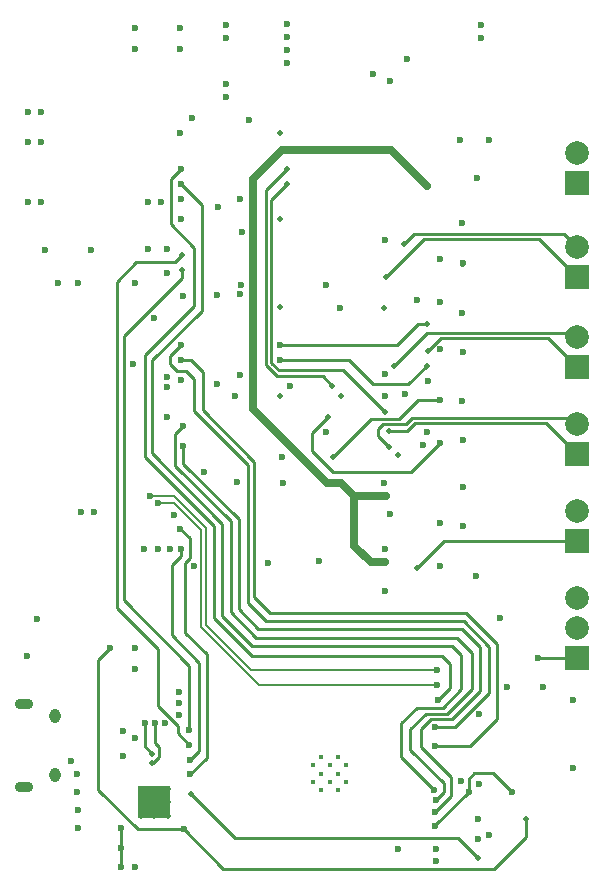
<source format=gbl>
G04 #@! TF.GenerationSoftware,KiCad,Pcbnew,8.0.8*
G04 #@! TF.CreationDate,2025-01-21T11:13:05-05:00*
G04 #@! TF.ProjectId,_HW_ESP32-IsoLink,5f48575f-4553-4503-9332-2d49736f4c69,rev?*
G04 #@! TF.SameCoordinates,Original*
G04 #@! TF.FileFunction,Copper,L4,Bot*
G04 #@! TF.FilePolarity,Positive*
%FSLAX46Y46*%
G04 Gerber Fmt 4.6, Leading zero omitted, Abs format (unit mm)*
G04 Created by KiCad (PCBNEW 8.0.8) date 2025-01-21 11:13:05*
%MOMM*%
%LPD*%
G01*
G04 APERTURE LIST*
G04 #@! TA.AperFunction,ComponentPad*
%ADD10R,2.000000X2.000000*%
G04 #@! TD*
G04 #@! TA.AperFunction,ComponentPad*
%ADD11C,2.000000*%
G04 #@! TD*
G04 #@! TA.AperFunction,ComponentPad*
%ADD12O,1.550000X0.890000*%
G04 #@! TD*
G04 #@! TA.AperFunction,ComponentPad*
%ADD13O,0.950000X1.250000*%
G04 #@! TD*
G04 #@! TA.AperFunction,ComponentPad*
%ADD14C,0.400000*%
G04 #@! TD*
G04 #@! TA.AperFunction,HeatsinkPad*
%ADD15C,0.500000*%
G04 #@! TD*
G04 #@! TA.AperFunction,HeatsinkPad*
%ADD16R,2.750000X2.750000*%
G04 #@! TD*
G04 #@! TA.AperFunction,ViaPad*
%ADD17C,0.500000*%
G04 #@! TD*
G04 #@! TA.AperFunction,ViaPad*
%ADD18C,0.600000*%
G04 #@! TD*
G04 #@! TA.AperFunction,Conductor*
%ADD19C,0.254000*%
G04 #@! TD*
G04 #@! TA.AperFunction,Conductor*
%ADD20C,0.635000*%
G04 #@! TD*
G04 #@! TA.AperFunction,Conductor*
%ADD21C,0.200000*%
G04 #@! TD*
G04 APERTURE END LIST*
D10*
X200764000Y-254767000D03*
D11*
X200764000Y-252227000D03*
D10*
X200764000Y-272034000D03*
D11*
X200764000Y-269494000D03*
X200764000Y-266954000D03*
D10*
X200764000Y-262133000D03*
D11*
X200764000Y-259593000D03*
D10*
X200764000Y-231780000D03*
D11*
X200764000Y-229240000D03*
D12*
X153894000Y-275900000D03*
D13*
X156594000Y-276900000D03*
X156594000Y-281900000D03*
D12*
X153894000Y-282900000D03*
D10*
X200764000Y-239781000D03*
D11*
X200764000Y-237241000D03*
D14*
X181209600Y-282487600D03*
X181209600Y-281087600D03*
X180509600Y-283187600D03*
X180509600Y-281787600D03*
X180509600Y-280387600D03*
X179809600Y-282487600D03*
X179809600Y-281087600D03*
X179109600Y-283187600D03*
X179109600Y-281787600D03*
X179109600Y-280387600D03*
X178409600Y-282487600D03*
X178409600Y-281087600D03*
D15*
X166098000Y-283101000D03*
X164973000Y-283101000D03*
X163848000Y-283101000D03*
X166098000Y-284226000D03*
X164973000Y-284226000D03*
D16*
X164973000Y-284226000D03*
D15*
X163848000Y-284226000D03*
X166098000Y-285351000D03*
X164973000Y-285351000D03*
X163848000Y-285351000D03*
D10*
X200764000Y-247401000D03*
D11*
X200764000Y-244861000D03*
D17*
X184581800Y-258318000D03*
D18*
X184480200Y-263906000D03*
X188084000Y-232029000D03*
X180771800Y-257175000D03*
X157937200Y-280695400D03*
X167386000Y-241376200D03*
X158750000Y-259664200D03*
X164134800Y-262788400D03*
X155397200Y-233426000D03*
X193268600Y-286969200D03*
X194843400Y-274497800D03*
X165887400Y-277545800D03*
X167208200Y-233172000D03*
X166268400Y-262788400D03*
X155041600Y-268732000D03*
X159842200Y-259664200D03*
X158496000Y-240284000D03*
X163347400Y-240258600D03*
X167055800Y-276860000D03*
X158419800Y-283337000D03*
X167055800Y-275844000D03*
X167030400Y-274878800D03*
X167246300Y-248500900D03*
X168338500Y-264223500D03*
X167208200Y-234823000D03*
X154305000Y-233426000D03*
X165252400Y-262788400D03*
X164465000Y-237363000D03*
X192405000Y-285673800D03*
X192481200Y-282702000D03*
X156845000Y-240284000D03*
X192405000Y-287324800D03*
X163195000Y-247142000D03*
X169164000Y-256286000D03*
X164973000Y-243255800D03*
X168148000Y-226314000D03*
X163322000Y-271170400D03*
X190906400Y-282448000D03*
X188823600Y-288137600D03*
X158470600Y-284835600D03*
X167132000Y-227558600D03*
X188823600Y-289212400D03*
X170256200Y-241249200D03*
X166002000Y-249084800D03*
X162356800Y-280289000D03*
X170332400Y-233807000D03*
X170281600Y-248767600D03*
X192481200Y-276758400D03*
X163296600Y-289712400D03*
X158470600Y-286385000D03*
X163296600Y-272948400D03*
X162356800Y-278206200D03*
X185597800Y-288213800D03*
X163372800Y-278739600D03*
X166002000Y-248234200D03*
X164414200Y-233426000D03*
X166014501Y-251561499D03*
X154178000Y-271856200D03*
X166014400Y-239395000D03*
X166014400Y-237337600D03*
X166624000Y-259908000D03*
X158419800Y-281813000D03*
X159576000Y-237477800D03*
X165506400Y-233426000D03*
X155727501Y-237464701D03*
X192659000Y-219532200D03*
X189179200Y-245872000D03*
X172262800Y-241223800D03*
X171069000Y-219532200D03*
X188163200Y-248564400D03*
X189179200Y-264210800D03*
X200380600Y-281279600D03*
X192659000Y-218440000D03*
X179527200Y-252831600D03*
X189179200Y-238252000D03*
X193268600Y-228142800D03*
X187731400Y-253949200D03*
X184480200Y-249809000D03*
X172262800Y-248031000D03*
X172288200Y-240411000D03*
X184404000Y-257175000D03*
X186182000Y-249631200D03*
X189179200Y-260604000D03*
X184886600Y-259842000D03*
X174625000Y-263982200D03*
X179527200Y-240436400D03*
X180695600Y-242366800D03*
X163347400Y-220472000D03*
X184480200Y-262763000D03*
X184505600Y-266344400D03*
X163347400Y-218694000D03*
X172948600Y-226415600D03*
X172262800Y-233172000D03*
X189179200Y-241858800D03*
X184962800Y-223189800D03*
X188061600Y-252907800D03*
X154305000Y-225780600D03*
X171069000Y-218440000D03*
X171983400Y-257124200D03*
X171831000Y-249834400D03*
X175754156Y-254953644D03*
X197866000Y-274421600D03*
X187248800Y-241706400D03*
X183515000Y-222580200D03*
X190881000Y-228168200D03*
X184480200Y-247980200D03*
X172364400Y-235915200D03*
X155397200Y-225780600D03*
X176428400Y-248970800D03*
X186372200Y-221272400D03*
X167119000Y-218668600D03*
X191074518Y-238547118D03*
D17*
X175641000Y-227558600D03*
D18*
X191058800Y-235204000D03*
X200431400Y-275590000D03*
X171043600Y-224536000D03*
X191058800Y-242824000D03*
X191084200Y-253517400D03*
X176225200Y-221615000D03*
X184480200Y-236601000D03*
X192252600Y-231394000D03*
D17*
X180746400Y-249783600D03*
D18*
X154305000Y-228346000D03*
D17*
X175615600Y-249809000D03*
D18*
X194233800Y-268630400D03*
X167119000Y-220446600D03*
X176225200Y-220522800D03*
X178917600Y-263804400D03*
X191084200Y-257556000D03*
X191058800Y-250215400D03*
D17*
X185623200Y-254787400D03*
D18*
X192227200Y-265099800D03*
X191084200Y-260807200D03*
X175844200Y-257175000D03*
D17*
X184429400Y-242341400D03*
X175590200Y-242316000D03*
D18*
X171043600Y-223443800D03*
X176225200Y-219430600D03*
X176225200Y-218338400D03*
D17*
X175641000Y-234797600D03*
D18*
X191084200Y-246126000D03*
X155397200Y-228346000D03*
D17*
X164800000Y-280916571D03*
D18*
X165023800Y-277545800D03*
X164150000Y-277535600D03*
D17*
X164800000Y-280136600D03*
D18*
X162128200Y-289661600D03*
X162116644Y-286373444D03*
X162128200Y-288061400D03*
D17*
X187223400Y-264414000D03*
D18*
X197434200Y-272034000D03*
D17*
X186131200Y-236956600D03*
X184581800Y-239725200D03*
X188163200Y-245973600D03*
X185242200Y-247243600D03*
X184835800Y-252806200D03*
X184835800Y-254127000D03*
D18*
X167487600Y-286512000D03*
X161213800Y-271145000D03*
D17*
X196418200Y-285623000D03*
X168037600Y-283514800D03*
X192405000Y-288950400D03*
X180035200Y-248945400D03*
X176174400Y-230632000D03*
D18*
X188772800Y-286258000D03*
X195224400Y-283311600D03*
X191579500Y-283375100D03*
X175615600Y-245491000D03*
D17*
X188036200Y-243687600D03*
D18*
X188671200Y-283210000D03*
X167233600Y-231902000D03*
X167208200Y-230632000D03*
X189026800Y-275539200D03*
X189179200Y-253771400D03*
D17*
X179705000Y-251561600D03*
D18*
X175641000Y-246761000D03*
D17*
X188036200Y-247243600D03*
X180060600Y-255016000D03*
D18*
X189179200Y-250164600D03*
D17*
X184505600Y-251180600D03*
X176174400Y-231902000D03*
D18*
X188722000Y-279425400D03*
X167259000Y-246761000D03*
X188739865Y-277807335D03*
X167233600Y-245516400D03*
X167411400Y-252399800D03*
X188780510Y-284002500D03*
X167436800Y-254076200D03*
X188772800Y-285038800D03*
X165259935Y-258874076D03*
X188925200Y-274269200D03*
X164592000Y-258274076D03*
X188925200Y-272999200D03*
X167182800Y-261061200D03*
X167995600Y-281863800D03*
D17*
X167335200Y-239141000D03*
D18*
X167944800Y-278079200D03*
X167995600Y-280619200D03*
X167208200Y-262737600D03*
X167944800Y-279349200D03*
D17*
X167335200Y-237871000D03*
D19*
X186994800Y-236093000D02*
X199616000Y-236093000D01*
X199616000Y-236093000D02*
X200764000Y-237241000D01*
X186131200Y-236956600D02*
X186994800Y-236093000D01*
D20*
X181914800Y-262483600D02*
X181914800Y-258318000D01*
X175818800Y-228981000D02*
X185036000Y-228981000D01*
X173355000Y-231444800D02*
X175818800Y-228981000D01*
X184581800Y-258318000D02*
X181914800Y-258318000D01*
X183337200Y-263906000D02*
X181914800Y-262483600D01*
X179578000Y-257175000D02*
X173355000Y-250952000D01*
X173355000Y-250952000D02*
X173355000Y-231444800D01*
X185036000Y-228981000D02*
X188084000Y-232029000D01*
X184480200Y-263906000D02*
X183337200Y-263906000D01*
X181914800Y-258318000D02*
X180771800Y-257175000D01*
X180771800Y-257175000D02*
X179578000Y-257175000D01*
D19*
X191084200Y-253517400D02*
X191084200Y-253415800D01*
D21*
X191074518Y-238547118D02*
X191074518Y-238795082D01*
D19*
X191084200Y-253415800D02*
X191058800Y-253390400D01*
X191084200Y-250190000D02*
X191058800Y-250215400D01*
D21*
X191074518Y-238795082D02*
X191017600Y-238852000D01*
D19*
X165377000Y-280375602D02*
X164836031Y-280916571D01*
X165023800Y-277545800D02*
X165023800Y-279222200D01*
X165023800Y-279222200D02*
X165377000Y-279575400D01*
X165377000Y-279575400D02*
X165377000Y-280375602D01*
X164836031Y-280916571D02*
X164800000Y-280916571D01*
X164150000Y-277535600D02*
X164150000Y-279486600D01*
X164150000Y-279486600D02*
X164800000Y-280136600D01*
X162128200Y-286385000D02*
X162128200Y-288010600D01*
X162128200Y-288010600D02*
X162128200Y-288061400D01*
X162128200Y-288061400D02*
X162128200Y-289661600D01*
X187223400Y-264414000D02*
X189504400Y-262133000D01*
X189504400Y-262133000D02*
X200764000Y-262133000D01*
X197434200Y-272034000D02*
X200764000Y-272034000D01*
X184581800Y-239725200D02*
X187760000Y-236547000D01*
X187760000Y-236547000D02*
X197530000Y-236547000D01*
X197530000Y-236547000D02*
X200764000Y-239781000D01*
X198266600Y-244903600D02*
X200764000Y-247401000D01*
X189233200Y-244903600D02*
X198266600Y-244903600D01*
X188163200Y-245973600D02*
X189233200Y-244903600D01*
X185242200Y-247243600D02*
X188036200Y-244449600D01*
X188036200Y-244449600D02*
X200352600Y-244449600D01*
X200352600Y-244449600D02*
X200764000Y-244861000D01*
X186385200Y-252806200D02*
X184835800Y-252806200D01*
X200764000Y-254767000D02*
X198117400Y-252120400D01*
X198117400Y-252120400D02*
X187071000Y-252120400D01*
X187071000Y-252120400D02*
X186385200Y-252806200D01*
X186251000Y-252229200D02*
X186817000Y-251663200D01*
X186817000Y-251663200D02*
X200200200Y-251663200D01*
X183946800Y-252628400D02*
X184346000Y-252229200D01*
X200200200Y-251663200D02*
X200764000Y-252227000D01*
X183946800Y-253238000D02*
X183946800Y-252628400D01*
X184835800Y-254127000D02*
X183946800Y-253238000D01*
X184346000Y-252229200D02*
X186251000Y-252229200D01*
X196418200Y-287147000D02*
X193725800Y-289839400D01*
X161213800Y-271145000D02*
X160223200Y-272135600D01*
X193725800Y-289839400D02*
X170815000Y-289839400D01*
X196418200Y-285623000D02*
X196418200Y-287147000D01*
X170815000Y-289839400D02*
X167487600Y-286512000D01*
X160223200Y-283184600D02*
X163550600Y-286512000D01*
X160223200Y-272135600D02*
X160223200Y-283184600D01*
X163550600Y-286512000D02*
X167487600Y-286512000D01*
X190703200Y-287248600D02*
X192405000Y-288950400D01*
X171771400Y-287248600D02*
X190703200Y-287248600D01*
X168037600Y-283514800D02*
X171771400Y-287248600D01*
X174396400Y-232410000D02*
X174396400Y-247174453D01*
X179222400Y-248132600D02*
X180035200Y-248945400D01*
X174396400Y-247174453D02*
X175354547Y-248132600D01*
X175354547Y-248132600D02*
X179222400Y-248132600D01*
X176174400Y-230632000D02*
X174396400Y-232410000D01*
X188772800Y-286181800D02*
X191579500Y-283375100D01*
X191579500Y-283375100D02*
X191579500Y-282232100D01*
X193675000Y-281762200D02*
X195224400Y-283311600D01*
X192049400Y-281762200D02*
X193675000Y-281762200D01*
X188772800Y-286258000D02*
X188772800Y-286181800D01*
X191579500Y-282232100D02*
X192049400Y-281762200D01*
X185521600Y-245491000D02*
X175615600Y-245491000D01*
X187325000Y-243687600D02*
X185521600Y-245491000D01*
X188036200Y-243687600D02*
X187325000Y-243687600D01*
X167233600Y-231902000D02*
X169011600Y-233680000D01*
X190931800Y-271754600D02*
X190931800Y-274650200D01*
X170738800Y-268452600D02*
X173278800Y-270992600D01*
X164795200Y-254685800D02*
X170738800Y-260629400D01*
X173278800Y-270992600D02*
X190169800Y-270992600D01*
X169011600Y-233680000D02*
X169011600Y-242595400D01*
X187223400Y-276199600D02*
X185877200Y-277545800D01*
X185877200Y-277545800D02*
X185877200Y-280416000D01*
X190931800Y-274650200D02*
X189382400Y-276199600D01*
X190169800Y-270992600D02*
X190931800Y-271754600D01*
X170738800Y-260629400D02*
X170738800Y-268452600D01*
X189382400Y-276199600D02*
X187223400Y-276199600D01*
X185877200Y-280416000D02*
X188671200Y-283210000D01*
X169011600Y-242595400D02*
X164795200Y-246811800D01*
X164795200Y-246811800D02*
X164795200Y-254685800D01*
X164185600Y-246354600D02*
X164185600Y-254965200D01*
X170027600Y-268630400D02*
X173202600Y-271805400D01*
X173202600Y-271805400D02*
X189331600Y-271805400D01*
X168351200Y-237261400D02*
X168351200Y-242189000D01*
X189331600Y-271805400D02*
X190042800Y-272516600D01*
X190042800Y-274523200D02*
X189026800Y-275539200D01*
X166370000Y-231470200D02*
X166370000Y-235280200D01*
X168351200Y-242189000D02*
X164185600Y-246354600D01*
X167208200Y-230632000D02*
X166370000Y-231470200D01*
X170027600Y-260807200D02*
X170027600Y-268630400D01*
X164185600Y-254965200D02*
X170027600Y-260807200D01*
X190042800Y-272516600D02*
X190042800Y-274523200D01*
X166370000Y-235280200D02*
X168351200Y-237261400D01*
X186664600Y-256286000D02*
X189179200Y-253771400D01*
X178308000Y-252958600D02*
X178308000Y-254457200D01*
X178308000Y-254457200D02*
X180136800Y-256286000D01*
X179705000Y-251561600D02*
X178308000Y-252958600D01*
X180136800Y-256286000D02*
X186664600Y-256286000D01*
X186461400Y-248818400D02*
X183489600Y-248818400D01*
X181432200Y-246761000D02*
X175641000Y-246761000D01*
X183489600Y-248818400D02*
X181432200Y-246761000D01*
X188036200Y-247243600D02*
X186461400Y-248818400D01*
X187274200Y-250164600D02*
X189179200Y-250164600D01*
X183301400Y-251775200D02*
X185663600Y-251775200D01*
X185663600Y-251775200D02*
X187274200Y-250164600D01*
X180060600Y-255016000D02*
X183301400Y-251775200D01*
X174850400Y-233226000D02*
X174850400Y-246986400D01*
X180975000Y-247650000D02*
X184505600Y-251180600D01*
X176174400Y-231902000D02*
X174850400Y-233226000D01*
X175514000Y-247650000D02*
X180975000Y-247650000D01*
X174850400Y-246986400D02*
X175514000Y-247650000D01*
X168071800Y-246761000D02*
X167259000Y-246761000D01*
X193954400Y-270789400D02*
X191389000Y-268224000D01*
X169062400Y-251028200D02*
X169062400Y-247751600D01*
X193954400Y-277164800D02*
X193954400Y-270789400D01*
X173405800Y-255371600D02*
X169062400Y-251028200D01*
X191693800Y-279425400D02*
X193954400Y-277164800D01*
X169062400Y-247751600D02*
X168071800Y-246761000D01*
X188722000Y-279425400D02*
X191693800Y-279425400D01*
X191389000Y-268224000D02*
X174777400Y-268224000D01*
X174777400Y-268224000D02*
X173405800Y-266852400D01*
X173405800Y-266852400D02*
X173405800Y-255371600D01*
X168351200Y-248386600D02*
X168351200Y-251104400D01*
X166319200Y-247116600D02*
X166903400Y-247700800D01*
X190467065Y-277807335D02*
X188739865Y-277807335D01*
X168351200Y-251104400D02*
X172897800Y-255651000D01*
X167665400Y-247700800D02*
X168351200Y-248386600D01*
X172897800Y-255651000D02*
X172897800Y-267335000D01*
X167233600Y-245516400D02*
X166319200Y-246430800D01*
X166319200Y-246430800D02*
X166319200Y-247116600D01*
X191185800Y-268884400D02*
X193344800Y-271043400D01*
X193344800Y-274929600D02*
X190467065Y-277807335D01*
X172897800Y-267335000D02*
X174447200Y-268884400D01*
X166903400Y-247700800D02*
X167665400Y-247700800D01*
X193344800Y-271043400D02*
X193344800Y-274929600D01*
X174447200Y-268884400D02*
X191185800Y-268884400D01*
X173583600Y-270306800D02*
X190627000Y-270306800D01*
X171424600Y-268147800D02*
X173583600Y-270306800D01*
X189458600Y-282600400D02*
X189458600Y-283324410D01*
X189458600Y-283324410D02*
X188780510Y-284002500D01*
X166751000Y-255727200D02*
X171424600Y-260400800D01*
X166751000Y-253060200D02*
X166751000Y-255727200D01*
X191871600Y-274624800D02*
X189788800Y-276707600D01*
X187966886Y-276707600D02*
X186639200Y-278035286D01*
X171424600Y-260400800D02*
X171424600Y-268147800D01*
X190627000Y-270306800D02*
X191871600Y-271551400D01*
X189788800Y-276707600D02*
X187966886Y-276707600D01*
X167411400Y-252399800D02*
X166751000Y-253060200D01*
X186639200Y-279781000D02*
X189458600Y-282600400D01*
X191871600Y-271551400D02*
X191871600Y-274624800D01*
X186639200Y-278035286D02*
X186639200Y-279781000D01*
X191008000Y-269544800D02*
X173786800Y-269544800D01*
X190119000Y-283692600D02*
X190119000Y-282117800D01*
X192557400Y-274802600D02*
X192557400Y-271094200D01*
X187579000Y-278003000D02*
X188417200Y-277164800D01*
X172135800Y-260273800D02*
X167436800Y-255574800D01*
X188772800Y-285038800D02*
X190119000Y-283692600D01*
X173786800Y-269544800D02*
X172135800Y-267893800D01*
X188417200Y-277164800D02*
X190195200Y-277164800D01*
X190195200Y-277164800D02*
X192557400Y-274802600D01*
X167436800Y-255574800D02*
X167436800Y-254076200D01*
X192557400Y-271094200D02*
X191008000Y-269544800D01*
X187579000Y-279577800D02*
X187579000Y-278003000D01*
X172135800Y-267893800D02*
X172135800Y-260273800D01*
X190119000Y-282117800D02*
X187579000Y-279577800D01*
D21*
X168941800Y-269373400D02*
X168941800Y-261176086D01*
X168941800Y-261176086D02*
X166639790Y-258874076D01*
X173837600Y-274269200D02*
X168941800Y-269373400D01*
X166639790Y-258874076D02*
X165259935Y-258874076D01*
X188925200Y-274269200D02*
X173837600Y-274269200D01*
X169341800Y-269207714D02*
X169341800Y-261010400D01*
X166605476Y-258274076D02*
X164592000Y-258274076D01*
X169341800Y-261010400D02*
X166605476Y-258274076D01*
X173133286Y-272999200D02*
X169341800Y-269207714D01*
X188925200Y-272999200D02*
X173133286Y-272999200D01*
D19*
X167538400Y-263956800D02*
X167970200Y-263525000D01*
X167538400Y-269849600D02*
X167538400Y-263956800D01*
X169392600Y-271703800D02*
X167538400Y-269849600D01*
X167995600Y-281863800D02*
X169392600Y-280466800D01*
X167970200Y-261848600D02*
X167182800Y-261061200D01*
X167970200Y-263525000D02*
X167970200Y-261848600D01*
X169392600Y-280466800D02*
X169392600Y-271703800D01*
X162407600Y-267131800D02*
X162407600Y-244729000D01*
X167944800Y-278079200D02*
X167944800Y-272669000D01*
X162407600Y-244729000D02*
X167335200Y-239801400D01*
X167944800Y-272669000D02*
X162407600Y-267131800D01*
X167335200Y-239801400D02*
X167335200Y-239141000D01*
X167208200Y-263347200D02*
X167208200Y-262737600D01*
X168757600Y-272389600D02*
X166446200Y-270078200D01*
X166446200Y-270078200D02*
X166446200Y-264109200D01*
X167995600Y-280619200D02*
X168757600Y-279857200D01*
X168757600Y-279857200D02*
X168757600Y-272389600D01*
X166446200Y-264109200D02*
X167208200Y-263347200D01*
X165277800Y-276047200D02*
X165277800Y-271272000D01*
X166954200Y-277723600D02*
X165277800Y-276047200D01*
X165277800Y-271272000D02*
X161772600Y-267766800D01*
X161772600Y-267766800D02*
X161772600Y-240131600D01*
X166954200Y-278358600D02*
X166954200Y-277723600D01*
X161772600Y-240131600D02*
X163449000Y-238455200D01*
X166751000Y-238455200D02*
X167335200Y-237871000D01*
X163449000Y-238455200D02*
X166751000Y-238455200D01*
X167944800Y-279349200D02*
X166954200Y-278358600D01*
M02*

</source>
